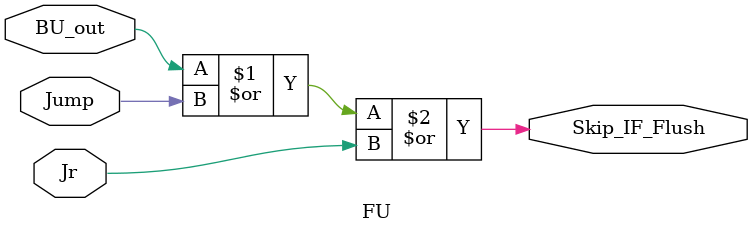
<source format=v>
module FU (
    input   BU_out,
    input   Jump,
    input   Jr,
    output  Skip_IF_Flush
);

    assign Skip_IF_Flush = BU_out | Jump | Jr;

endmodule //FU
</source>
